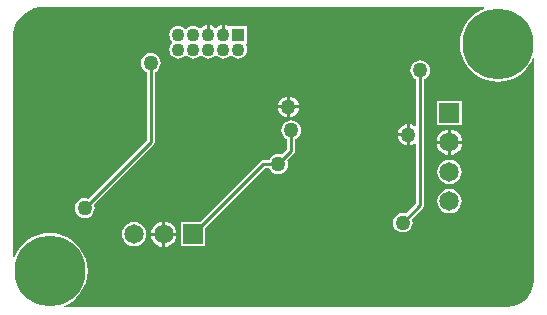
<source format=gbl>
G04*
G04 #@! TF.GenerationSoftware,Altium Limited,Altium Designer,20.2.3 (150)*
G04*
G04 Layer_Physical_Order=2*
G04 Layer_Color=16711680*
%FSLAX24Y24*%
%MOIN*%
G70*
G04*
G04 #@! TF.SameCoordinates,F9B30F2D-920F-4E4A-910B-E49C5D8B914F*
G04*
G04*
G04 #@! TF.FilePolarity,Positive*
G04*
G01*
G75*
%ADD13C,0.0100*%
%ADD37R,0.0650X0.0650*%
%ADD38C,0.0650*%
%ADD39C,0.2362*%
%ADD40C,0.0433*%
%ADD41R,0.0433X0.0433*%
%ADD42R,0.0650X0.0650*%
%ADD43C,0.0500*%
G36*
X26083Y25426D02*
X25976Y25381D01*
X25807Y25278D01*
X25656Y25149D01*
X25527Y24998D01*
X25424Y24829D01*
X25348Y24646D01*
X25301Y24453D01*
X25286Y24255D01*
X25301Y24057D01*
X25348Y23865D01*
X25424Y23681D01*
X25527Y23512D01*
X25656Y23362D01*
X25807Y23233D01*
X25976Y23129D01*
X26159Y23053D01*
X26352Y23007D01*
X26550Y22991D01*
X26747Y23007D01*
X26940Y23053D01*
X27123Y23129D01*
X27292Y23233D01*
X27443Y23362D01*
X27572Y23512D01*
X27676Y23681D01*
X27720Y23789D01*
X27770Y23779D01*
Y16468D01*
Y16369D01*
X27732Y16176D01*
X27656Y15994D01*
X27547Y15830D01*
X27408Y15691D01*
X27244Y15582D01*
X27062Y15506D01*
X26869Y15468D01*
X12087D01*
X12077Y15518D01*
X12185Y15562D01*
X12354Y15666D01*
X12505Y15795D01*
X12633Y15945D01*
X12737Y16114D01*
X12813Y16298D01*
X12859Y16490D01*
X12875Y16688D01*
X12859Y16886D01*
X12813Y17079D01*
X12737Y17262D01*
X12633Y17431D01*
X12505Y17582D01*
X12354Y17711D01*
X12185Y17814D01*
X12002Y17890D01*
X11809Y17936D01*
X11611Y17952D01*
X11413Y17936D01*
X11221Y17890D01*
X11037Y17814D01*
X10868Y17711D01*
X10717Y17582D01*
X10589Y17431D01*
X10485Y17262D01*
X10441Y17155D01*
X10391Y17164D01*
Y24476D01*
Y24574D01*
X10429Y24767D01*
X10504Y24949D01*
X10614Y25113D01*
X10753Y25252D01*
X10917Y25362D01*
X11099Y25437D01*
X11292Y25476D01*
X26073D01*
X26083Y25426D01*
D02*
G37*
%LPC*%
G36*
X17445Y24873D02*
Y24560D01*
X17345D01*
Y24873D01*
X17313Y24868D01*
X17236Y24836D01*
X17179Y24793D01*
X17145Y24788D01*
X17112Y24793D01*
X17055Y24836D01*
X16978Y24868D01*
X16945Y24873D01*
Y24560D01*
X16845D01*
Y24873D01*
X16813Y24868D01*
X16736Y24836D01*
X16670Y24786D01*
X16657Y24769D01*
X16607D01*
X16606Y24770D01*
X16544Y24818D01*
X16472Y24848D01*
X16395Y24858D01*
X16318Y24848D01*
X16246Y24818D01*
X16185Y24770D01*
X16170Y24752D01*
X16120D01*
X16106Y24770D01*
X16044Y24818D01*
X15972Y24848D01*
X15895Y24858D01*
X15818Y24848D01*
X15746Y24818D01*
X15685Y24770D01*
X15637Y24709D01*
X15608Y24637D01*
X15597Y24560D01*
X15608Y24483D01*
X15637Y24411D01*
X15685Y24349D01*
X15703Y24335D01*
Y24285D01*
X15685Y24270D01*
X15637Y24209D01*
X15608Y24137D01*
X15597Y24060D01*
X15608Y23983D01*
X15637Y23911D01*
X15685Y23849D01*
X15746Y23802D01*
X15818Y23772D01*
X15895Y23762D01*
X15972Y23772D01*
X16044Y23802D01*
X16106Y23849D01*
X16120Y23868D01*
X16170D01*
X16185Y23849D01*
X16246Y23802D01*
X16318Y23772D01*
X16395Y23762D01*
X16472Y23772D01*
X16544Y23802D01*
X16606Y23849D01*
X16620Y23868D01*
X16670D01*
X16685Y23849D01*
X16746Y23802D01*
X16818Y23772D01*
X16895Y23762D01*
X16972Y23772D01*
X17044Y23802D01*
X17106Y23849D01*
X17120Y23868D01*
X17170D01*
X17185Y23849D01*
X17246Y23802D01*
X17318Y23772D01*
X17395Y23762D01*
X17472Y23772D01*
X17544Y23802D01*
X17606Y23849D01*
X17620Y23868D01*
X17670D01*
X17685Y23849D01*
X17746Y23802D01*
X17818Y23772D01*
X17895Y23762D01*
X17972Y23772D01*
X18044Y23802D01*
X18106Y23849D01*
X18153Y23911D01*
X18183Y23983D01*
X18193Y24060D01*
X18183Y24137D01*
X18153Y24209D01*
X18145Y24220D01*
X18167Y24265D01*
X18191D01*
Y24855D01*
X17600D01*
X17600Y24855D01*
X17550Y24838D01*
X17478Y24868D01*
X17445Y24873D01*
D02*
G37*
G36*
X19619Y22502D02*
Y22206D01*
X19915D01*
X19909Y22247D01*
X19874Y22332D01*
X19818Y22406D01*
X19745Y22462D01*
X19660Y22497D01*
X19619Y22502D01*
D02*
G37*
G36*
X19519D02*
X19477Y22497D01*
X19392Y22462D01*
X19319Y22406D01*
X19263Y22332D01*
X19228Y22247D01*
X19222Y22206D01*
X19519D01*
Y22502D01*
D02*
G37*
G36*
X19915Y22106D02*
X19619D01*
Y21809D01*
X19660Y21815D01*
X19745Y21850D01*
X19818Y21906D01*
X19874Y21979D01*
X19909Y22065D01*
X19915Y22106D01*
D02*
G37*
G36*
X19519D02*
X19222D01*
X19228Y22065D01*
X19263Y21979D01*
X19319Y21906D01*
X19392Y21850D01*
X19477Y21815D01*
X19519Y21809D01*
Y22106D01*
D02*
G37*
G36*
X25342Y22364D02*
X24535D01*
Y21557D01*
X25342D01*
Y22364D01*
D02*
G37*
G36*
X23962Y23708D02*
X23876Y23697D01*
X23796Y23664D01*
X23728Y23611D01*
X23675Y23542D01*
X23642Y23462D01*
X23631Y23376D01*
X23642Y23291D01*
X23675Y23211D01*
X23728Y23142D01*
X23796Y23089D01*
X23831Y23075D01*
Y21534D01*
X23781Y21509D01*
X23748Y21534D01*
X23663Y21569D01*
X23622Y21575D01*
Y21228D01*
Y20882D01*
X23663Y20887D01*
X23748Y20923D01*
X23781Y20948D01*
X23831Y20923D01*
Y18939D01*
X23497Y18605D01*
X23462Y18619D01*
X23376Y18631D01*
X23291Y18619D01*
X23211Y18586D01*
X23142Y18534D01*
X23089Y18465D01*
X23056Y18385D01*
X23045Y18299D01*
X23056Y18213D01*
X23089Y18133D01*
X23142Y18065D01*
X23211Y18012D01*
X23291Y17979D01*
X23376Y17968D01*
X23462Y17979D01*
X23542Y18012D01*
X23611Y18065D01*
X23664Y18133D01*
X23697Y18213D01*
X23708Y18299D01*
X23697Y18385D01*
X23682Y18420D01*
X24055Y18792D01*
X24083Y18835D01*
X24093Y18885D01*
Y23075D01*
X24128Y23089D01*
X24197Y23142D01*
X24249Y23211D01*
X24282Y23291D01*
X24294Y23376D01*
X24282Y23462D01*
X24249Y23542D01*
X24197Y23611D01*
X24128Y23664D01*
X24048Y23697D01*
X23962Y23708D01*
D02*
G37*
G36*
X23522Y21575D02*
X23480Y21569D01*
X23395Y21534D01*
X23322Y21478D01*
X23266Y21405D01*
X23231Y21320D01*
X23225Y21278D01*
X23522D01*
Y21575D01*
D02*
G37*
G36*
X24989Y21398D02*
Y21026D01*
X25360D01*
X25352Y21087D01*
X25310Y21191D01*
X25242Y21279D01*
X25153Y21347D01*
X25049Y21390D01*
X24989Y21398D01*
D02*
G37*
G36*
X24889D02*
X24828Y21390D01*
X24724Y21347D01*
X24636Y21279D01*
X24568Y21191D01*
X24525Y21087D01*
X24517Y21026D01*
X24889D01*
Y21398D01*
D02*
G37*
G36*
X23522Y21178D02*
X23225D01*
X23231Y21137D01*
X23266Y21052D01*
X23322Y20979D01*
X23395Y20923D01*
X23480Y20887D01*
X23522Y20882D01*
Y21178D01*
D02*
G37*
G36*
X19666Y21706D02*
X19580Y21695D01*
X19500Y21662D01*
X19432Y21609D01*
X19379Y21541D01*
X19346Y21461D01*
X19335Y21375D01*
X19346Y21289D01*
X19379Y21209D01*
X19432Y21140D01*
X19500Y21088D01*
X19535Y21073D01*
Y20746D01*
X19347Y20558D01*
X19313Y20572D01*
X19227Y20584D01*
X19141Y20572D01*
X19061Y20539D01*
X18992Y20486D01*
X18940Y20418D01*
X18925Y20383D01*
X18739D01*
X18688Y20373D01*
X18646Y20345D01*
X16613Y18312D01*
X15992D01*
Y17505D01*
X16799D01*
Y18127D01*
X18793Y20121D01*
X18925D01*
X18940Y20086D01*
X18992Y20018D01*
X19061Y19965D01*
X19141Y19932D01*
X19227Y19920D01*
X19313Y19932D01*
X19393Y19965D01*
X19461Y20018D01*
X19514Y20086D01*
X19547Y20166D01*
X19558Y20252D01*
X19547Y20338D01*
X19533Y20372D01*
X19759Y20599D01*
X19787Y20641D01*
X19797Y20691D01*
Y21073D01*
X19832Y21088D01*
X19901Y21140D01*
X19953Y21209D01*
X19986Y21289D01*
X19998Y21375D01*
X19986Y21461D01*
X19953Y21541D01*
X19901Y21609D01*
X19832Y21662D01*
X19752Y21695D01*
X19666Y21706D01*
D02*
G37*
G36*
X25360Y20926D02*
X24989D01*
Y20554D01*
X25049Y20563D01*
X25153Y20605D01*
X25242Y20673D01*
X25310Y20762D01*
X25352Y20865D01*
X25360Y20926D01*
D02*
G37*
G36*
X24889D02*
X24517D01*
X24525Y20865D01*
X24568Y20762D01*
X24636Y20673D01*
X24724Y20605D01*
X24828Y20563D01*
X24889Y20554D01*
Y20926D01*
D02*
G37*
G36*
X24939Y20399D02*
X24833Y20385D01*
X24735Y20345D01*
X24651Y20280D01*
X24586Y20196D01*
X24545Y20097D01*
X24532Y19992D01*
X24545Y19887D01*
X24586Y19789D01*
X24651Y19704D01*
X24735Y19640D01*
X24833Y19599D01*
X24939Y19585D01*
X25044Y19599D01*
X25142Y19640D01*
X25226Y19704D01*
X25291Y19789D01*
X25332Y19887D01*
X25346Y19992D01*
X25332Y20097D01*
X25291Y20196D01*
X25226Y20280D01*
X25142Y20345D01*
X25044Y20385D01*
X24939Y20399D01*
D02*
G37*
G36*
X14980Y23952D02*
X14894Y23941D01*
X14814Y23908D01*
X14745Y23855D01*
X14692Y23786D01*
X14659Y23706D01*
X14648Y23620D01*
X14659Y23535D01*
X14692Y23455D01*
X14745Y23386D01*
X14814Y23333D01*
X14848Y23319D01*
Y21039D01*
X12903Y19093D01*
X12868Y19108D01*
X12783Y19119D01*
X12697Y19108D01*
X12617Y19075D01*
X12548Y19022D01*
X12496Y18953D01*
X12462Y18873D01*
X12451Y18787D01*
X12462Y18702D01*
X12496Y18622D01*
X12548Y18553D01*
X12617Y18500D01*
X12697Y18467D01*
X12783Y18456D01*
X12868Y18467D01*
X12948Y18500D01*
X13017Y18553D01*
X13070Y18622D01*
X13103Y18702D01*
X13114Y18787D01*
X13103Y18873D01*
X13089Y18908D01*
X15072Y20891D01*
X15101Y20934D01*
X15111Y20984D01*
Y23319D01*
X15145Y23333D01*
X15214Y23386D01*
X15267Y23455D01*
X15300Y23535D01*
X15311Y23620D01*
X15300Y23706D01*
X15267Y23786D01*
X15214Y23855D01*
X15145Y23908D01*
X15065Y23941D01*
X14980Y23952D01*
D02*
G37*
G36*
X24939Y19415D02*
X24833Y19401D01*
X24735Y19360D01*
X24651Y19296D01*
X24586Y19211D01*
X24545Y19113D01*
X24532Y19008D01*
X24545Y18903D01*
X24586Y18804D01*
X24651Y18720D01*
X24735Y18655D01*
X24833Y18615D01*
X24939Y18601D01*
X25044Y18615D01*
X25142Y18655D01*
X25226Y18720D01*
X25291Y18804D01*
X25332Y18903D01*
X25346Y19008D01*
X25332Y19113D01*
X25291Y19211D01*
X25226Y19296D01*
X25142Y19360D01*
X25044Y19401D01*
X24939Y19415D01*
D02*
G37*
G36*
X15461Y18331D02*
Y17959D01*
X15833D01*
X15825Y18020D01*
X15782Y18123D01*
X15714Y18212D01*
X15625Y18280D01*
X15522Y18323D01*
X15461Y18331D01*
D02*
G37*
G36*
X15361D02*
X15300Y18323D01*
X15197Y18280D01*
X15108Y18212D01*
X15040Y18123D01*
X14997Y18020D01*
X14989Y17959D01*
X15361D01*
Y18331D01*
D02*
G37*
G36*
X14427Y18316D02*
X14321Y18302D01*
X14223Y18261D01*
X14139Y18196D01*
X14074Y18112D01*
X14034Y18014D01*
X14020Y17909D01*
X14034Y17803D01*
X14074Y17705D01*
X14139Y17621D01*
X14223Y17556D01*
X14321Y17516D01*
X14427Y17502D01*
X14532Y17516D01*
X14630Y17556D01*
X14715Y17621D01*
X14779Y17705D01*
X14820Y17803D01*
X14834Y17909D01*
X14820Y18014D01*
X14779Y18112D01*
X14715Y18196D01*
X14630Y18261D01*
X14532Y18302D01*
X14427Y18316D01*
D02*
G37*
G36*
X15833Y17859D02*
X15461D01*
Y17487D01*
X15522Y17495D01*
X15625Y17538D01*
X15714Y17606D01*
X15782Y17694D01*
X15825Y17798D01*
X15833Y17859D01*
D02*
G37*
G36*
X15361D02*
X14989D01*
X14997Y17798D01*
X15040Y17694D01*
X15108Y17606D01*
X15197Y17538D01*
X15300Y17495D01*
X15361Y17487D01*
Y17859D01*
D02*
G37*
%LPD*%
D13*
X16395Y17909D02*
X18739Y20252D01*
X19227D01*
X19666Y20691D01*
Y21375D01*
X14980Y20984D02*
Y23620D01*
X23962Y18885D02*
Y23376D01*
X23376Y18299D02*
X23962Y18885D01*
X12783Y18787D02*
X14980Y20984D01*
D37*
X16395Y17909D02*
D03*
D38*
X15411D02*
D03*
X14427D02*
D03*
X24939Y19008D02*
D03*
Y19992D02*
D03*
Y20976D02*
D03*
D39*
X26550Y24255D02*
D03*
X11611Y16688D02*
D03*
D40*
X15895Y24060D02*
D03*
Y24560D02*
D03*
X16395Y24060D02*
D03*
Y24560D02*
D03*
X16895Y24060D02*
D03*
Y24560D02*
D03*
X17395Y24060D02*
D03*
Y24560D02*
D03*
X17895Y24060D02*
D03*
D41*
Y24560D02*
D03*
D42*
X24939Y21961D02*
D03*
D43*
X19227Y20252D02*
D03*
X23572Y21228D02*
D03*
X19569Y22156D02*
D03*
X19666Y21375D02*
D03*
X14980Y23620D02*
D03*
X23376Y18299D02*
D03*
X23962Y23376D02*
D03*
X12783Y18787D02*
D03*
M02*

</source>
